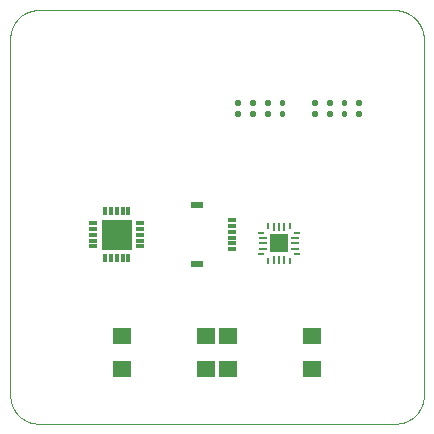
<source format=gtp>
G04 EAGLE Gerber RS-274X export*
G75*
%MOMM*%
%FSLAX35Y35*%
%LPD*%
%INsolder_paste_top*%
%IPPOS*%
%AMOC8*
5,1,8,0,0,1.08239X$1,22.5*%
G01*
%ADD10C,0.000000*%
%ADD11R,2.500000X2.500000*%
%ADD12R,0.300000X0.750000*%
%ADD13R,0.750000X0.300000*%
%ADD14R,1.500000X1.500000*%
%ADD15R,0.250000X0.800000*%
%ADD16R,0.800000X0.250000*%
%ADD17R,0.550000X0.250000*%
%ADD18R,0.250000X0.550000*%
%ADD19R,0.700000X0.300000*%
%ADD20R,1.000000X0.600000*%
%ADD21C,0.250000*%
%ADD22R,1.600000X1.400000*%


D10*
X250000Y0D02*
X3250000Y0D01*
X3500000Y225000D02*
X3500000Y3275000D01*
X3225000Y3500000D02*
X250000Y3500000D01*
X0Y3275000D02*
X0Y225000D01*
X0Y3275000D02*
X371Y3280735D01*
X881Y3286460D01*
X1529Y3292170D01*
X2315Y3297864D01*
X3238Y3303536D01*
X4298Y3309185D01*
X5494Y3314806D01*
X6826Y3320397D01*
X8292Y3325954D01*
X9892Y3331474D01*
X11626Y3336954D01*
X13491Y3342390D01*
X15487Y3347780D01*
X17612Y3353120D01*
X19866Y3358406D01*
X22247Y3363637D01*
X24754Y3368809D01*
X27385Y3373919D01*
X30138Y3378963D01*
X33013Y3383940D01*
X36007Y3388846D01*
X39119Y3393678D01*
X42347Y3398433D01*
X45688Y3403109D01*
X49142Y3407703D01*
X52706Y3412212D01*
X56377Y3416633D01*
X60154Y3420965D01*
X64035Y3425204D01*
X68018Y3429348D01*
X72099Y3433395D01*
X76276Y3437342D01*
X80548Y3441186D01*
X84912Y3444927D01*
X89365Y3448561D01*
X93904Y3452086D01*
X98527Y3455500D01*
X103231Y3458802D01*
X108014Y3461989D01*
X112872Y3465060D01*
X117803Y3468012D01*
X122804Y3470844D01*
X127872Y3473555D01*
X133003Y3476142D01*
X138196Y3478605D01*
X143447Y3480942D01*
X148753Y3483150D01*
X154111Y3485230D01*
X159517Y3487180D01*
X164969Y3488999D01*
X170463Y3490686D01*
X175997Y3492239D01*
X181566Y3493658D01*
X187168Y3494942D01*
X192799Y3496090D01*
X198457Y3497102D01*
X204137Y3497977D01*
X209837Y3498715D01*
X215553Y3499314D01*
X221281Y3499775D01*
X227020Y3500098D01*
X232764Y3500282D01*
X238511Y3500327D01*
X244257Y3500233D01*
X250000Y3500000D01*
X3225000Y3500000D02*
X3231143Y3500538D01*
X3237297Y3500926D01*
X3243459Y3501162D01*
X3249625Y3501247D01*
X3255791Y3501180D01*
X3261953Y3500962D01*
X3268109Y3500594D01*
X3274253Y3500074D01*
X3280383Y3499403D01*
X3286494Y3498582D01*
X3292584Y3497612D01*
X3298648Y3496492D01*
X3304682Y3495224D01*
X3310684Y3493808D01*
X3316649Y3492246D01*
X3322574Y3490537D01*
X3328455Y3488684D01*
X3334289Y3486686D01*
X3340072Y3484546D01*
X3345801Y3482265D01*
X3351472Y3479844D01*
X3357083Y3477285D01*
X3362628Y3474588D01*
X3368106Y3471757D01*
X3373512Y3468792D01*
X3378845Y3465694D01*
X3384099Y3462467D01*
X3389273Y3459113D01*
X3394363Y3455632D01*
X3399366Y3452027D01*
X3404279Y3448300D01*
X3409099Y3444454D01*
X3413823Y3440491D01*
X3418449Y3436414D01*
X3422973Y3432224D01*
X3427393Y3427924D01*
X3431706Y3423517D01*
X3435909Y3419005D01*
X3440001Y3414392D01*
X3443978Y3409679D01*
X3447839Y3404871D01*
X3451580Y3399969D01*
X3455199Y3394977D01*
X3458695Y3389897D01*
X3462066Y3384733D01*
X3465309Y3379489D01*
X3468422Y3374166D01*
X3471403Y3368768D01*
X3474251Y3363299D01*
X3476964Y3357761D01*
X3479540Y3352159D01*
X3481978Y3346495D01*
X3484276Y3340773D01*
X3486433Y3334996D01*
X3488448Y3329168D01*
X3490319Y3323292D01*
X3492045Y3317372D01*
X3493626Y3311412D01*
X3495060Y3305415D01*
X3496346Y3299384D01*
X3497484Y3293323D01*
X3498472Y3287237D01*
X3499311Y3281128D01*
X3500000Y3275000D01*
X3500000Y225000D02*
X3499629Y219265D01*
X3499119Y213540D01*
X3498471Y207830D01*
X3497685Y202136D01*
X3496762Y196464D01*
X3495702Y190815D01*
X3494506Y185194D01*
X3493174Y179603D01*
X3491708Y174046D01*
X3490108Y168526D01*
X3488374Y163046D01*
X3486509Y157610D01*
X3484513Y152220D01*
X3482388Y146880D01*
X3480134Y141594D01*
X3477753Y136363D01*
X3475246Y131191D01*
X3472615Y126081D01*
X3469862Y121037D01*
X3466987Y116060D01*
X3463993Y111154D01*
X3460881Y106322D01*
X3457653Y101567D01*
X3454312Y96891D01*
X3450858Y92297D01*
X3447294Y87788D01*
X3443623Y83367D01*
X3439846Y79035D01*
X3435965Y74796D01*
X3431982Y70652D01*
X3427901Y66605D01*
X3423724Y62658D01*
X3419452Y58814D01*
X3415088Y55073D01*
X3410635Y51439D01*
X3406096Y47914D01*
X3401473Y44500D01*
X3396769Y41198D01*
X3391986Y38011D01*
X3387128Y34940D01*
X3382197Y31988D01*
X3377196Y29156D01*
X3372128Y26445D01*
X3366997Y23858D01*
X3361804Y21395D01*
X3356553Y19058D01*
X3351247Y16850D01*
X3345889Y14770D01*
X3340483Y12820D01*
X3335031Y11001D01*
X3329537Y9314D01*
X3324003Y7761D01*
X3318434Y6342D01*
X3312832Y5058D01*
X3307201Y3910D01*
X3301543Y2898D01*
X3295863Y2023D01*
X3290163Y1285D01*
X3284447Y686D01*
X3278719Y225D01*
X3272980Y-98D01*
X3267236Y-282D01*
X3261489Y-327D01*
X3255743Y-233D01*
X3250000Y0D01*
X250000Y0D02*
X244257Y-233D01*
X238511Y-327D01*
X232764Y-282D01*
X227020Y-98D01*
X221281Y225D01*
X215553Y686D01*
X209837Y1285D01*
X204137Y2023D01*
X198457Y2898D01*
X192799Y3910D01*
X187168Y5058D01*
X181566Y6342D01*
X175997Y7761D01*
X170463Y9314D01*
X164969Y11001D01*
X159517Y12820D01*
X154111Y14770D01*
X148753Y16850D01*
X143447Y19058D01*
X138196Y21395D01*
X133003Y23858D01*
X127872Y26445D01*
X122804Y29156D01*
X117803Y31988D01*
X112872Y34940D01*
X108014Y38011D01*
X103231Y41198D01*
X98527Y44500D01*
X93904Y47914D01*
X89365Y51439D01*
X84912Y55073D01*
X80548Y58814D01*
X76276Y62658D01*
X72099Y66605D01*
X68018Y70652D01*
X64035Y74796D01*
X60154Y79035D01*
X56377Y83367D01*
X52706Y87788D01*
X49142Y92297D01*
X45688Y96891D01*
X42347Y101567D01*
X39119Y106322D01*
X36007Y111154D01*
X33013Y116060D01*
X30138Y121037D01*
X27385Y126081D01*
X24754Y131191D01*
X22247Y136363D01*
X19866Y141594D01*
X17612Y146880D01*
X15487Y152220D01*
X13491Y157610D01*
X11626Y163046D01*
X9892Y168526D01*
X8292Y174046D01*
X6826Y179603D01*
X5494Y185194D01*
X4298Y190815D01*
X3238Y196464D01*
X2315Y202136D01*
X1529Y207830D01*
X881Y213540D01*
X371Y219265D01*
X0Y225000D01*
X3225000Y3500000D02*
X3231143Y3500538D01*
X3237297Y3500926D01*
X3243459Y3501162D01*
X3249625Y3501247D01*
X3255791Y3501180D01*
X3261953Y3500962D01*
X3268109Y3500594D01*
X3274253Y3500074D01*
X3280383Y3499403D01*
X3286494Y3498582D01*
X3292584Y3497612D01*
X3298648Y3496492D01*
X3304682Y3495224D01*
X3310684Y3493808D01*
X3316649Y3492246D01*
X3322574Y3490537D01*
X3328455Y3488684D01*
X3334289Y3486686D01*
X3340072Y3484546D01*
X3345801Y3482265D01*
X3351472Y3479844D01*
X3357083Y3477285D01*
X3362628Y3474588D01*
X3368106Y3471757D01*
X3373512Y3468792D01*
X3378845Y3465694D01*
X3384099Y3462467D01*
X3389273Y3459113D01*
X3394363Y3455632D01*
X3399366Y3452027D01*
X3404279Y3448300D01*
X3409099Y3444454D01*
X3413823Y3440491D01*
X3418449Y3436414D01*
X3422973Y3432224D01*
X3427393Y3427924D01*
X3431706Y3423517D01*
X3435909Y3419005D01*
X3440001Y3414392D01*
X3443978Y3409679D01*
X3447839Y3404871D01*
X3451580Y3399969D01*
X3455199Y3394977D01*
X3458695Y3389897D01*
X3462066Y3384733D01*
X3465309Y3379489D01*
X3468422Y3374166D01*
X3471403Y3368768D01*
X3474251Y3363299D01*
X3476964Y3357761D01*
X3479540Y3352159D01*
X3481978Y3346495D01*
X3484276Y3340773D01*
X3486433Y3334996D01*
X3488448Y3329168D01*
X3490319Y3323292D01*
X3492045Y3317372D01*
X3493626Y3311412D01*
X3495060Y3305415D01*
X3496346Y3299384D01*
X3497484Y3293323D01*
X3498472Y3287237D01*
X3499311Y3281128D01*
X3500000Y3275000D01*
X3500000Y225000D02*
X3499629Y219265D01*
X3499119Y213540D01*
X3498471Y207830D01*
X3497685Y202136D01*
X3496762Y196464D01*
X3495702Y190815D01*
X3494506Y185194D01*
X3493174Y179603D01*
X3491708Y174046D01*
X3490108Y168526D01*
X3488374Y163046D01*
X3486509Y157610D01*
X3484513Y152220D01*
X3482388Y146880D01*
X3480134Y141594D01*
X3477753Y136363D01*
X3475246Y131191D01*
X3472615Y126081D01*
X3469862Y121037D01*
X3466987Y116060D01*
X3463993Y111154D01*
X3460881Y106322D01*
X3457653Y101567D01*
X3454312Y96891D01*
X3450858Y92297D01*
X3447294Y87788D01*
X3443623Y83367D01*
X3439846Y79035D01*
X3435965Y74796D01*
X3431982Y70652D01*
X3427901Y66605D01*
X3423724Y62658D01*
X3419452Y58814D01*
X3415088Y55073D01*
X3410635Y51439D01*
X3406096Y47914D01*
X3401473Y44500D01*
X3396769Y41198D01*
X3391986Y38011D01*
X3387128Y34940D01*
X3382197Y31988D01*
X3377196Y29156D01*
X3372128Y26445D01*
X3366997Y23858D01*
X3361804Y21395D01*
X3356553Y19058D01*
X3351247Y16850D01*
X3345889Y14770D01*
X3340483Y12820D01*
X3335031Y11001D01*
X3329537Y9314D01*
X3324003Y7761D01*
X3318434Y6342D01*
X3312832Y5058D01*
X3307201Y3910D01*
X3301543Y2898D01*
X3295863Y2023D01*
X3290163Y1285D01*
X3284447Y686D01*
X3278719Y225D01*
X3272980Y-98D01*
X3267236Y-282D01*
X3261489Y-327D01*
X3255743Y-233D01*
X3250000Y0D01*
X250000Y0D02*
X244257Y-233D01*
X238511Y-327D01*
X232764Y-282D01*
X227020Y-98D01*
X221281Y225D01*
X215553Y686D01*
X209837Y1285D01*
X204137Y2023D01*
X198457Y2898D01*
X192799Y3910D01*
X187168Y5058D01*
X181566Y6342D01*
X175997Y7761D01*
X170463Y9314D01*
X164969Y11001D01*
X159517Y12820D01*
X154111Y14770D01*
X148753Y16850D01*
X143447Y19058D01*
X138196Y21395D01*
X133003Y23858D01*
X127872Y26445D01*
X122804Y29156D01*
X117803Y31988D01*
X112872Y34940D01*
X108014Y38011D01*
X103231Y41198D01*
X98527Y44500D01*
X93904Y47914D01*
X89365Y51439D01*
X84912Y55073D01*
X80548Y58814D01*
X76276Y62658D01*
X72099Y66605D01*
X68018Y70652D01*
X64035Y74796D01*
X60154Y79035D01*
X56377Y83367D01*
X52706Y87788D01*
X49142Y92297D01*
X45688Y96891D01*
X42347Y101567D01*
X39119Y106322D01*
X36007Y111154D01*
X33013Y116060D01*
X30138Y121037D01*
X27385Y126081D01*
X24754Y131191D01*
X22247Y136363D01*
X19866Y141594D01*
X17612Y146880D01*
X15487Y152220D01*
X13491Y157610D01*
X11626Y163046D01*
X9892Y168526D01*
X8292Y174046D01*
X6826Y179603D01*
X5494Y185194D01*
X4298Y190815D01*
X3238Y196464D01*
X2315Y202136D01*
X1529Y207830D01*
X881Y213540D01*
X371Y219265D01*
X0Y225000D01*
D11*
X900000Y1600000D03*
D12*
X800000Y1800000D03*
X850000Y1800000D03*
X900000Y1800000D03*
X950000Y1800000D03*
X1000000Y1800000D03*
X1000000Y1400000D03*
X950000Y1400000D03*
X900000Y1400000D03*
X850000Y1400000D03*
X800000Y1400000D03*
D13*
X1100000Y1500000D03*
X1100000Y1550000D03*
X1100000Y1600000D03*
X1100000Y1650000D03*
X1100000Y1700000D03*
X700000Y1700000D03*
X700000Y1650000D03*
X700000Y1600000D03*
X700000Y1550000D03*
X700000Y1500000D03*
D14*
X2275000Y1525000D03*
D15*
X2230000Y1665000D03*
X2275000Y1665000D03*
X2320000Y1665000D03*
X2230000Y1385000D03*
X2275000Y1385000D03*
X2320000Y1385000D03*
D16*
X2410000Y1480000D03*
X2410000Y1525000D03*
X2410000Y1570000D03*
X2135000Y1480000D03*
X2135000Y1525000D03*
X2135000Y1570000D03*
D17*
X2123000Y1435000D03*
D18*
X2185000Y1373000D03*
X2185000Y1677000D03*
D17*
X2123000Y1615000D03*
D18*
X2365000Y1677000D03*
X2365000Y1373000D03*
D17*
X2423000Y1435000D03*
X2423000Y1615000D03*
D19*
X1877000Y1575000D03*
X1877000Y1625000D03*
X1877000Y1675000D03*
X1877000Y1525000D03*
X1877000Y1475000D03*
X1877000Y1725000D03*
D20*
X1577000Y1850000D03*
X1577000Y1350000D03*
D21*
X2162500Y2708750D02*
X2187500Y2708750D01*
X2162500Y2708750D02*
X2162500Y2733750D01*
X2187500Y2733750D01*
X2187500Y2708750D01*
X2187500Y2732500D02*
X2162500Y2732500D01*
X2162500Y2616250D02*
X2187500Y2616250D01*
X2162500Y2616250D02*
X2162500Y2641250D01*
X2187500Y2641250D01*
X2187500Y2616250D01*
X2187500Y2640000D02*
X2162500Y2640000D01*
X2812500Y2708750D02*
X2837500Y2708750D01*
X2812500Y2708750D02*
X2812500Y2733750D01*
X2837500Y2733750D01*
X2837500Y2708750D01*
X2837500Y2732500D02*
X2812500Y2732500D01*
X2812500Y2616250D02*
X2837500Y2616250D01*
X2812500Y2616250D02*
X2812500Y2641250D01*
X2837500Y2641250D01*
X2837500Y2616250D01*
X2837500Y2640000D02*
X2812500Y2640000D01*
X2062500Y2708750D02*
X2037500Y2708750D01*
X2037500Y2733750D01*
X2062500Y2733750D01*
X2062500Y2708750D01*
X2062500Y2732500D02*
X2037500Y2732500D01*
X2037500Y2616250D02*
X2062500Y2616250D01*
X2037500Y2616250D02*
X2037500Y2641250D01*
X2062500Y2641250D01*
X2062500Y2616250D01*
X2062500Y2640000D02*
X2037500Y2640000D01*
X2687500Y2708750D02*
X2712500Y2708750D01*
X2687500Y2708750D02*
X2687500Y2733750D01*
X2712500Y2733750D01*
X2712500Y2708750D01*
X2712500Y2732500D02*
X2687500Y2732500D01*
X2687500Y2616250D02*
X2712500Y2616250D01*
X2687500Y2616250D02*
X2687500Y2641250D01*
X2712500Y2641250D01*
X2712500Y2616250D01*
X2712500Y2640000D02*
X2687500Y2640000D01*
X2937500Y2708750D02*
X2962500Y2708750D01*
X2937500Y2708750D02*
X2937500Y2733750D01*
X2962500Y2733750D01*
X2962500Y2708750D01*
X2962500Y2732500D02*
X2937500Y2732500D01*
X2937500Y2616250D02*
X2962500Y2616250D01*
X2937500Y2616250D02*
X2937500Y2641250D01*
X2962500Y2641250D01*
X2962500Y2616250D01*
X2962500Y2640000D02*
X2937500Y2640000D01*
X1937500Y2708750D02*
X1912500Y2708750D01*
X1912500Y2733750D01*
X1937500Y2733750D01*
X1937500Y2708750D01*
X1937500Y2732500D02*
X1912500Y2732500D01*
X1912500Y2616250D02*
X1937500Y2616250D01*
X1912500Y2616250D02*
X1912500Y2641250D01*
X1937500Y2641250D01*
X1937500Y2616250D01*
X1937500Y2640000D02*
X1912500Y2640000D01*
X2287500Y2708750D02*
X2312500Y2708750D01*
X2287500Y2708750D02*
X2287500Y2733750D01*
X2312500Y2733750D01*
X2312500Y2708750D01*
X2312500Y2732500D02*
X2287500Y2732500D01*
X2287500Y2616250D02*
X2312500Y2616250D01*
X2287500Y2616250D02*
X2287500Y2641250D01*
X2312500Y2641250D01*
X2312500Y2616250D01*
X2312500Y2640000D02*
X2287500Y2640000D01*
X2562500Y2708750D02*
X2587500Y2708750D01*
X2562500Y2708750D02*
X2562500Y2733750D01*
X2587500Y2733750D01*
X2587500Y2708750D01*
X2587500Y2732500D02*
X2562500Y2732500D01*
X2562500Y2616250D02*
X2587500Y2616250D01*
X2562500Y2616250D02*
X2562500Y2641250D01*
X2587500Y2641250D01*
X2587500Y2616250D01*
X2587500Y2640000D02*
X2562500Y2640000D01*
D22*
X1655600Y739700D03*
X1655600Y460300D03*
X944400Y460300D03*
X944400Y739700D03*
X2555600Y739700D03*
X2555600Y460300D03*
X1844400Y460300D03*
X1844400Y739700D03*
M02*

</source>
